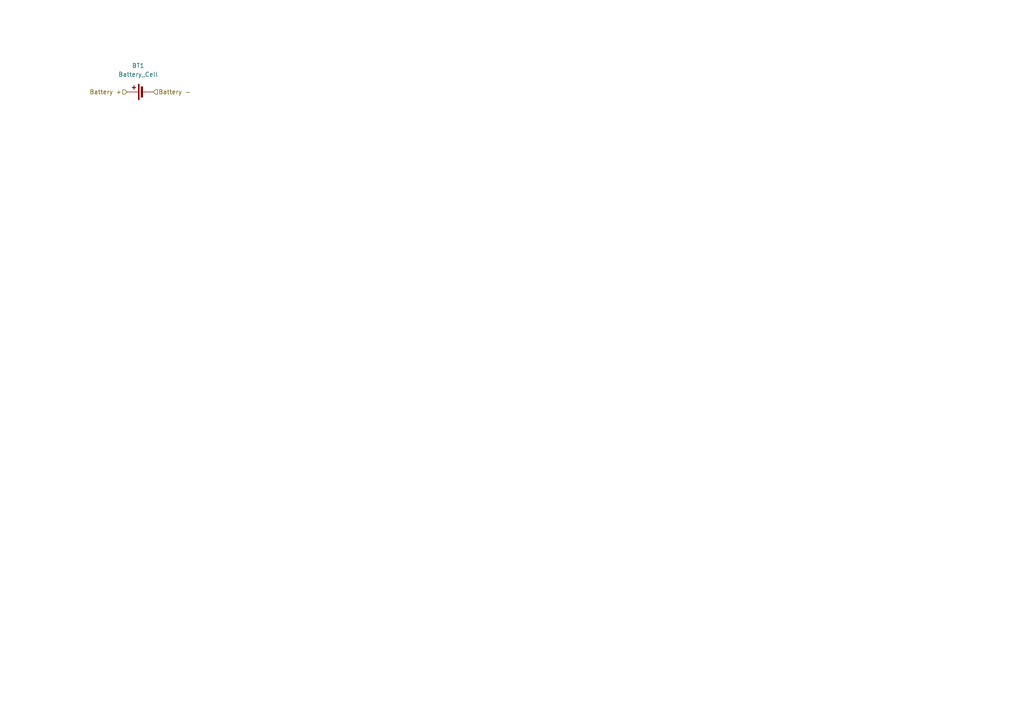
<source format=kicad_sch>
(kicad_sch (version 20231120) (generator "eeschema") (generator_version "8.0")
  (paper "A4")
  (lib_symbols
    (symbol "Device:Battery_Cell" (pin_numbers hide) (pin_names (offset 0) hide)
      (property "Reference" "BT" (at 2.54 2.54 0))
      (property "Value" "Battery_Cell" (at 2.54 0 0))
      (symbol "Battery_Cell_0_1"
        (rectangle (start -2.286 1.778) (end 2.286 1.524) (fill (type outline)))
        (rectangle (start -1.524 1.016) (end 1.524 0.508) (fill (type outline)))
        (polyline (pts (xy 0 0.762) (xy 0 0)))
        (polyline (pts (xy 0 1.778) (xy 0 2.54)))
        (polyline (pts (xy 0.762 3.048) (xy 1.778 3.048)) (stroke (width 0.254)))
        (polyline (pts (xy 1.27 3.556) (xy 1.27 2.54)) (stroke (width 0.254)))
      )
      (symbol "Battery_Cell_1_1"
        (pin passive line (at 0 5.08 270) (length 2.54) (name "+") (number "1"))
        (pin passive line (at 0 -2.54 90) (length 2.54) (name "-") (number "2"))
      )
    )
  )
  (hierarchical_label "Battery -" (shape input) (at 44.45 26.67 0))
  (hierarchical_label "Battery +" (shape input) (at 36.83 26.67 180))
  (symbol (lib_id "Device:Battery_Cell") (at 41.91 26.67 90) (unit 1)
    (property "Reference" "BT1" (at 40.0685 19.05 90))
    (property "Value" "Battery_Cell" (at 40.0685 21.59 90))
    (property "Footprint" "Battery:BatteryHolder_Seiko_MS621F" (effects (hide yes)))
    (property "Description" "Single-cell battery" (effects (hide yes)))
  )
)
</source>
